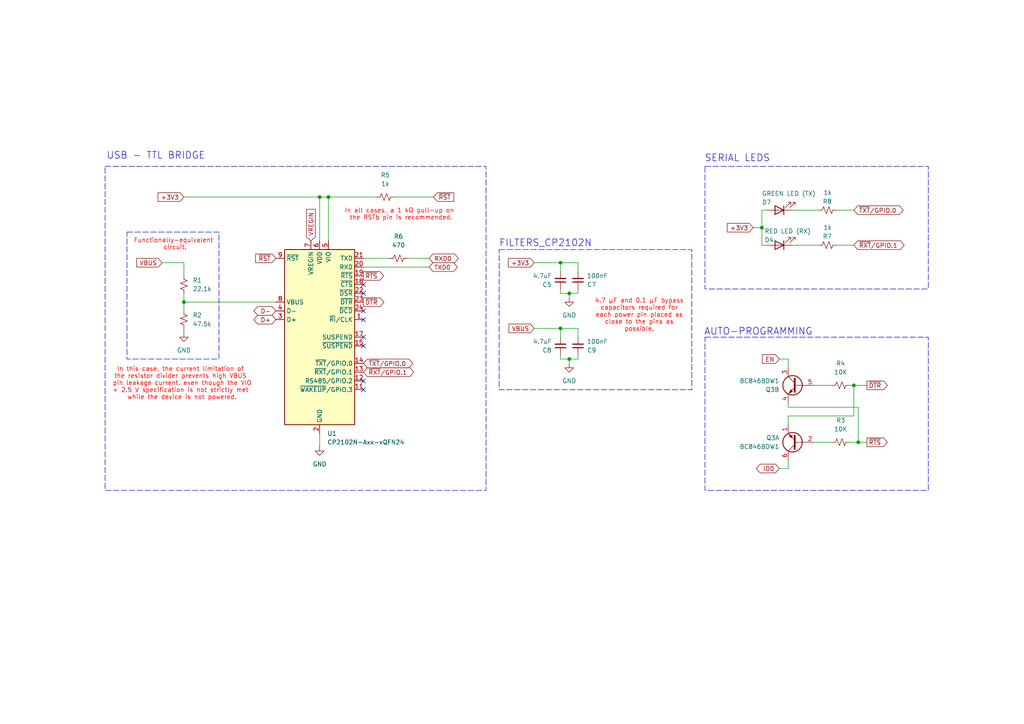
<source format=kicad_sch>
(kicad_sch (version 20231120) (generator "eeschema") (generator_version "8.0")
  (paper "A4")
  (lib_symbols
    (symbol "Device:C_Small" (pin_numbers hide) (pin_names (offset 0.254) hide)
      (property "Reference" "C" (at 0.254 1.778 0))
      (property "Value" "C_Small" (at 0.254 -2.032 0))
      (symbol "C_Small_0_1"
        (polyline (pts (xy -1.524 -0.508) (xy 1.524 -0.508)) (stroke (width 0.3302)))
        (polyline (pts (xy -1.524 0.508) (xy 1.524 0.508)) (stroke (width 0.3048)))
      )
      (symbol "C_Small_1_1"
        (pin passive line (at 0 2.54 270) (length 2.032) (name "~") (number "1"))
        (pin passive line (at 0 -2.54 90) (length 2.032) (name "~") (number "2"))
      )
    )
    (symbol "Device:LED" (pin_numbers hide) (pin_names (offset 1.016) hide)
      (property "Reference" "D" (at 0 2.54 0))
      (property "Value" "LED" (at 0 -2.54 0))
      (symbol "LED_0_1"
        (polyline (pts (xy -1.27 -1.27) (xy -1.27 1.27)) (stroke (width 0.254)))
        (polyline (pts (xy -1.27 0) (xy 1.27 0)))
        (polyline (pts (xy 1.27 -1.27) (xy 1.27 1.27) (xy -1.27 0) (xy 1.27 -1.27)) (stroke (width 0.254)))
        (polyline (pts (xy -3.048 -0.762) (xy -4.572 -2.286) (xy -3.81 -2.286) (xy -4.572 -2.286) (xy -4.572 -1.524)))
        (polyline (pts (xy -1.778 -0.762) (xy -3.302 -2.286) (xy -2.54 -2.286) (xy -3.302 -2.286) (xy -3.302 -1.524)))
      )
      (symbol "LED_1_1"
        (pin passive line (at -3.81 0 0) (length 2.54) (name "K") (number "1"))
        (pin passive line (at 3.81 0 180) (length 2.54) (name "A") (number "2"))
      )
    )
    (symbol "Device:R_Small_US" (pin_numbers hide) (pin_names (offset 0.254) hide)
      (property "Reference" "R" (at 0.762 0.508 0))
      (property "Value" "R_Small_US" (at 0.762 -1.016 0))
      (symbol "R_Small_US_1_1"
        (polyline (pts (xy 0 0) (xy 1.016 -0.381) (xy 0 -0.762) (xy -1.016 -1.143) (xy 0 -1.524)))
        (polyline (pts (xy 0 1.524) (xy 1.016 1.143) (xy 0 0.762) (xy -1.016 0.381) (xy 0 0)))
        (pin passive line (at 0 2.54 270) (length 1.016) (name "~") (number "1"))
        (pin passive line (at 0 -2.54 90) (length 1.016) (name "~") (number "2"))
      )
    )
    (symbol "Interface_USB:CP2102N-Axx-xQFN24"
      (property "Reference" "U" (at -8.89 26.67 0))
      (property "Value" "CP2102N-Axx-xQFN24" (at 13.97 26.67 0))
      (symbol "CP2102N-Axx-xQFN24_0_1"
        (rectangle (start -10.16 25.4) (end 10.16 -25.4) (stroke (width 0.254)) (fill (type background)))
      )
      (symbol "CP2102N-Axx-xQFN24_1_1"
        (pin bidirectional line (at 12.7 5.08 180) (length 2.54) (name "~{RI}/CLK") (number "1"))
        (pin no_connect line (at -10.16 -22.86 0) (length 2.54) hide (name "NC") (number "10"))
        (pin bidirectional line (at 12.7 -15.24 180) (length 2.54) (name "~{WAKEUP}/GPIO.3") (number "11"))
        (pin bidirectional line (at 12.7 -12.7 180) (length 2.54) (name "RS485/GPIO.2") (number "12"))
        (pin bidirectional line (at 12.7 -10.16 180) (length 2.54) (name "~{RXT}/GPIO.1") (number "13"))
        (pin bidirectional line (at 12.7 -7.62 180) (length 2.54) (name "~{TXT}/GPIO.0") (number "14"))
        (pin output line (at 12.7 -2.54 180) (length 2.54) (name "~{SUSPEND}") (number "15"))
        (pin no_connect line (at 10.16 -22.86 180) (length 2.54) hide (name "NC") (number "16"))
        (pin output line (at 12.7 0 180) (length 2.54) (name "SUSPEND") (number "17"))
        (pin input line (at 12.7 15.24 180) (length 2.54) (name "~{CTS}") (number "18"))
        (pin output line (at 12.7 17.78 180) (length 2.54) (name "~{RTS}") (number "19"))
        (pin power_in line (at 0 -27.94 90) (length 2.54) (name "GND") (number "2"))
        (pin input line (at 12.7 20.32 180) (length 2.54) (name "RXD") (number "20"))
        (pin output line (at 12.7 22.86 180) (length 2.54) (name "TXD") (number "21"))
        (pin input line (at 12.7 12.7 180) (length 2.54) (name "~{DSR}") (number "22"))
        (pin output line (at 12.7 10.16 180) (length 2.54) (name "~{DTR}") (number "23"))
        (pin input line (at 12.7 7.62 180) (length 2.54) (name "~{DCD}") (number "24"))
        (pin passive line (at 0 -27.94 90) (length 2.54) hide (name "GND") (number "25"))
        (pin bidirectional line (at -12.7 5.08 0) (length 2.54) (name "D+") (number "3"))
        (pin bidirectional line (at -12.7 7.62 0) (length 2.54) (name "D-") (number "4"))
        (pin power_in line (at 2.54 27.94 270) (length 2.54) (name "VIO") (number "5"))
        (pin power_in line (at 0 27.94 270) (length 2.54) (name "VDD") (number "6"))
        (pin power_in line (at -2.54 27.94 270) (length 2.54) (name "VREGIN") (number "7"))
        (pin input line (at -12.7 10.16 0) (length 2.54) (name "VBUS") (number "8"))
        (pin input line (at -12.7 22.86 0) (length 2.54) (name "~{RST}") (number "9"))
      )
    )
    (symbol "Transistor_BJT:BC846BDW1" (pin_names (offset 0) hide)
      (property "Reference" "Q" (at 5.08 1.27 0))
      (property "Value" "BC846BDW1" (at 5.08 -1.27 0))
      (symbol "BC846BDW1_0_1"
        (polyline (pts (xy 0.635 0) (xy -2.54 0)))
        (polyline (pts (xy 0.635 0.635) (xy 2.54 2.54)))
        (polyline (pts (xy 0.635 -0.635) (xy 2.54 -2.54) (xy 2.54 -2.54)))
        (polyline (pts (xy 0.635 1.905) (xy 0.635 -1.905) (xy 0.635 -1.905)) (stroke (width 0.508)))
        (polyline (pts (xy 1.27 -1.778) (xy 1.778 -1.27) (xy 2.286 -2.286) (xy 1.27 -1.778) (xy 1.27 -1.778)) (fill (type outline)))
        (circle (center 1.27 0) (radius 2.8194) (stroke (width 0.254)))
      )
      (symbol "BC846BDW1_1_1"
        (pin passive line (at 2.54 -5.08 90) (length 2.54) (name "E1") (number "1"))
        (pin input line (at -5.08 0 0) (length 2.54) (name "B1") (number "2"))
        (pin passive line (at 2.54 5.08 270) (length 2.54) (name "C1") (number "6"))
      )
      (symbol "BC846BDW1_2_1"
        (pin passive line (at 2.54 5.08 270) (length 2.54) (name "C2") (number "3"))
        (pin passive line (at 2.54 -5.08 90) (length 2.54) (name "E2") (number "4"))
        (pin input line (at -5.08 0 0) (length 2.54) (name "B2") (number "5"))
      )
    )
    (symbol "power:GND" (power) (pin_numbers hide) (pin_names (offset 0) hide)
      (property "Value" "GND" (at 0 -3.81 0))
      (symbol "GND_0_1"
        (polyline (pts (xy 0 0) (xy 0 -1.27) (xy 1.27 -1.27) (xy 0 -2.54) (xy -1.27 -1.27) (xy 0 -1.27)))
      )
      (symbol "GND_1_1"
        (pin power_in line (at 0 0 270) (length 0) (name "~") (number "1"))
      )
    )
  )
  (junction (at 162.56 95.25))
  (junction (at 92.71 57.15))
  (junction (at 248.92 128.27))
  (junction (at 165.1 85.09))
  (junction (at 220.98 66.04))
  (junction (at 247.65 111.76))
  (junction (at 162.56 76.2))
  (junction (at 53.34 87.63))
  (junction (at 165.1 104.14))
  (junction (at 95.25 57.15))
  (no_connect (at 105.41 97.79))
  (no_connect (at 105.41 92.71))
  (no_connect (at 105.41 100.33))
  (no_connect (at 105.41 113.03))
  (no_connect (at 105.41 85.09))
  (no_connect (at 105.41 82.55))
  (no_connect (at 105.41 110.49))
  (no_connect (at 105.41 90.17))
  (wire (pts (xy 95.25 57.15) (xy 95.25 69.85)))
  (wire (pts (xy 167.64 76.2) (xy 167.64 78.74)))
  (wire (pts (xy 167.64 95.25) (xy 167.64 97.79)))
  (wire (pts (xy 118.11 74.93) (xy 124.46 74.93)))
  (wire (pts (xy 53.34 87.63) (xy 53.34 90.17)))
  (wire (pts (xy 229.87 60.96) (xy 237.49 60.96)))
  (wire (pts (xy 228.6 118.11) (xy 228.6 116.84)))
  (wire (pts (xy 53.34 76.2) (xy 53.34 80.01)))
  (wire (pts (xy 162.56 83.82) (xy 162.56 85.09)))
  (wire (pts (xy 162.56 76.2) (xy 167.64 76.2)))
  (wire (pts (xy 92.71 125.73) (xy 92.71 129.54)))
  (wire (pts (xy 162.56 104.14) (xy 165.1 104.14)))
  (wire (pts (xy 248.92 118.11) (xy 248.92 128.27)))
  (wire (pts (xy 220.98 71.12) (xy 222.25 71.12)))
  (wire (pts (xy 53.34 57.15) (xy 92.71 57.15)))
  (wire (pts (xy 165.1 85.09) (xy 167.64 85.09)))
  (wire (pts (xy 229.87 71.12) (xy 237.49 71.12)))
  (wire (pts (xy 162.56 95.25) (xy 162.56 97.79)))
  (wire (pts (xy 226.06 135.89) (xy 228.6 135.89)))
  (wire (pts (xy 162.56 76.2) (xy 162.56 78.74)))
  (wire (pts (xy 92.71 57.15) (xy 92.71 69.85)))
  (wire (pts (xy 220.98 66.04) (xy 220.98 71.12)))
  (wire (pts (xy 53.34 85.09) (xy 53.34 87.63)))
  (wire (pts (xy 114.3 57.15) (xy 125.73 57.15)))
  (wire (pts (xy 167.64 85.09) (xy 167.64 83.82)))
  (wire (pts (xy 236.22 111.76) (xy 241.3 111.76)))
  (wire (pts (xy 246.38 128.27) (xy 248.92 128.27)))
  (wire (pts (xy 165.1 104.14) (xy 167.64 104.14)))
  (wire (pts (xy 242.57 60.96) (xy 247.65 60.96)))
  (wire (pts (xy 46.99 76.2) (xy 53.34 76.2)))
  (wire (pts (xy 53.34 87.63) (xy 80.01 87.63)))
  (wire (pts (xy 154.94 76.2) (xy 162.56 76.2)))
  (wire (pts (xy 242.57 71.12) (xy 247.65 71.12)))
  (wire (pts (xy 246.38 111.76) (xy 247.65 111.76)))
  (wire (pts (xy 105.41 74.93) (xy 113.03 74.93)))
  (wire (pts (xy 228.6 118.11) (xy 248.92 118.11)))
  (wire (pts (xy 228.6 133.35) (xy 228.6 135.89)))
  (wire (pts (xy 236.22 128.27) (xy 241.3 128.27)))
  (wire (pts (xy 162.56 102.87) (xy 162.56 104.14)))
  (wire (pts (xy 165.1 104.14) (xy 165.1 105.41)))
  (wire (pts (xy 228.6 120.65) (xy 247.65 120.65)))
  (wire (pts (xy 162.56 85.09) (xy 165.1 85.09)))
  (wire (pts (xy 248.92 128.27) (xy 251.46 128.27)))
  (wire (pts (xy 247.65 111.76) (xy 247.65 120.65)))
  (wire (pts (xy 53.34 95.25) (xy 53.34 96.52)))
  (wire (pts (xy 154.94 95.25) (xy 162.56 95.25)))
  (wire (pts (xy 228.6 104.14) (xy 228.6 106.68)))
  (wire (pts (xy 162.56 95.25) (xy 167.64 95.25)))
  (wire (pts (xy 226.06 104.14) (xy 228.6 104.14)))
  (wire (pts (xy 95.25 57.15) (xy 109.22 57.15)))
  (wire (pts (xy 105.41 77.47) (xy 124.46 77.47)))
  (wire (pts (xy 167.64 104.14) (xy 167.64 102.87)))
  (wire (pts (xy 220.98 60.96) (xy 220.98 66.04)))
  (wire (pts (xy 247.65 111.76) (xy 251.46 111.76)))
  (wire (pts (xy 92.71 57.15) (xy 95.25 57.15)))
  (wire (pts (xy 165.1 85.09) (xy 165.1 86.36)))
  (wire (pts (xy 228.6 120.65) (xy 228.6 123.19)))
  (wire (pts (xy 220.98 60.96) (xy 222.25 60.96)))
  (wire (pts (xy 218.44 66.04) (xy 220.98 66.04)))
  (rectangle (start 144.78 72.39) (end 200.66 113.03) (stroke (width 0) (type dash)))
  (rectangle (start 204.47 48.26) (end 269.24 83.82) (stroke (width 0) (type dash)))
  (rectangle (start 30.48 48.26) (end 140.97 142.24) (stroke (width 0) (type dash)))
  (rectangle (start 36.83 67.31) (end 63.5 104.14) (stroke (width 0) (type dash)))
  (rectangle (start 204.47 97.79) (end 269.24 142.24) (stroke (width 0) (type dash)))
  (text "Functionally-equivalent \ncircuit." (at 50.8 70.866 0) (effects (font (size 1.27 1.27))))
  (text "4.7 μF and 0.1 μF bypass\ncapacitors required for\neach power pin placed as\nclose to the pins as\npossible." (at 185.42 91.44 0) (effects (font (size 1.27 1.27))))
  (text "In this case, the current limitation of \nthe resistor divider prevents high VBUS \npin leakage current, even though the VIO\n+ 2.5 V specification is not strictly met \nwhile the device is not powered." (at 52.832 111.252 0) (effects (font (size 1.27 1.27))))
  (text "SERIAL LEDS" (at 213.868 45.974 0) (effects (font (size 2 2))))
  (text "AUTO-PROGRAMMING\n" (at 219.964 96.266 0) (effects (font (size 2 2))))
  (text "FILTERS_CP2102N\n" (at 158.242 70.612 0) (effects (font (size 2 2))))
  (text "In all cases, a 1 kΩ pull-up on \nthe RSTb pin is recommended." (at 116.332 62.23 0) (effects (font (size 1.27 1.27))))
  (text "USB - TTL BRIDGE\n" (at 45.212 45.212 0) (effects (font (size 2 2))))
  (global_label "~{RTS}" (shape output) (at 105.41 80.01 0) (property "Intersheetrefs" "${INTERSHEET_REFS}" (effects (hide yes))))
  (global_label "~{TXT}/GPIO.0" (shape bidirectional) (at 247.65 60.96 0) (property "Intersheetrefs" "${INTERSHEET_REFS}" (effects (hide yes))))
  (global_label "D+" (shape bidirectional) (at 80.01 92.71 180) (property "Intersheetrefs" "${INTERSHEET_REFS}" (effects (hide yes))))
  (global_label "+3V3" (shape input) (at 53.34 57.15 180) (property "Intersheetrefs" "${INTERSHEET_REFS}" (effects (hide yes))))
  (global_label "~{RTS}" (shape output) (at 251.46 128.27 0) (property "Intersheetrefs" "${INTERSHEET_REFS}" (effects (hide yes))))
  (global_label "RXD0" (shape bidirectional) (at 124.46 74.93 0) (property "Intersheetrefs" "${INTERSHEET_REFS}" (effects (hide yes))))
  (global_label "~{TXT}/GPIO.0" (shape bidirectional) (at 105.41 105.41 0) (property "Intersheetrefs" "${INTERSHEET_REFS}" (effects (hide yes))))
  (global_label "VBUS" (shape input) (at 154.94 95.25 180) (property "Intersheetrefs" "${INTERSHEET_REFS}" (effects (hide yes))))
  (global_label "VREGIN" (shape input) (at 90.17 69.85 90) (property "Intersheetrefs" "${INTERSHEET_REFS}" (effects (hide yes))))
  (global_label "+3V3" (shape input) (at 154.94 76.2 180) (property "Intersheetrefs" "${INTERSHEET_REFS}" (effects (hide yes))))
  (global_label "~{RST}" (shape input) (at 80.01 74.93 180) (property "Intersheetrefs" "${INTERSHEET_REFS}" (effects (hide yes))))
  (global_label "EN" (shape input) (at 226.06 104.14 180) (property "Intersheetrefs" "${INTERSHEET_REFS}" (effects (hide yes))))
  (global_label "D-" (shape bidirectional) (at 80.01 90.17 180) (property "Intersheetrefs" "${INTERSHEET_REFS}" (effects (hide yes))))
  (global_label "~{DTR}" (shape output) (at 105.41 87.63 0) (property "Intersheetrefs" "${INTERSHEET_REFS}" (effects (hide yes))))
  (global_label "~{RXT}/GPIO.1" (shape bidirectional) (at 105.41 107.95 0) (property "Intersheetrefs" "${INTERSHEET_REFS}" (effects (hide yes))))
  (global_label "IO0" (shape bidirectional) (at 226.06 135.89 180) (property "Intersheetrefs" "${INTERSHEET_REFS}" (effects (hide yes))))
  (global_label "~{RST}" (shape input) (at 125.73 57.15 0) (property "Intersheetrefs" "${INTERSHEET_REFS}" (effects (hide yes))))
  (global_label "VBUS" (shape input) (at 46.99 76.2 180) (property "Intersheetrefs" "${INTERSHEET_REFS}" (effects (hide yes))))
  (global_label "~{RXT}/GPIO.1" (shape bidirectional) (at 247.65 71.12 0) (property "Intersheetrefs" "${INTERSHEET_REFS}" (effects (hide yes))))
  (global_label "TXD0" (shape bidirectional) (at 124.46 77.47 0) (property "Intersheetrefs" "${INTERSHEET_REFS}" (effects (hide yes))))
  (global_label "~{DTR}" (shape output) (at 251.46 111.76 0) (property "Intersheetrefs" "${INTERSHEET_REFS}" (effects (hide yes))))
  (global_label "+3V3" (shape input) (at 218.44 66.04 180) (property "Intersheetrefs" "${INTERSHEET_REFS}" (effects (hide yes))))
  (symbol (lib_id "Device:LED") (at 226.06 60.96 180) (unit 1)
    (property "Reference" "D7" (at 220.98 58.674 0) (effects (justify right)))
    (property "Value" "GREEN LED (TX)" (at 220.98 56.134 0) (effects (justify right)))
    (property "Footprint" "LED_SMD:LED_0603_1608Metric" (effects (hide yes)))
    (property "Description" "Light emitting diode" (effects (hide yes)))
  )
  (symbol (lib_id "Device:R_Small_US") (at 53.34 82.55 0) (unit 1)
    (property "Reference" "R1" (at 55.88 81.2799 0) (effects (justify left)))
    (property "Value" "22.1k" (at 55.88 83.8199 0) (effects (justify left)))
    (property "Footprint" "Resistor_SMD:R_0805_2012Metric_Pad1.20x1.40mm_HandSolder" (effects (hide yes)))
    (property "Description" "Resistor, small US symbol" (effects (hide yes)))
  )
  (symbol (lib_id "power:GND") (at 53.34 96.52 0) (unit 1)
    (property "Reference" "#PWR06" (effects (hide yes)))
    (property "Value" "GND" (at 53.34 101.6 0))
    (property "Description" "Power symbol creates a global label with name \"GND\" , ground" (effects (hide yes)))
  )
  (symbol (lib_id "Transistor_BJT:BC846BDW1") (at 231.14 128.27 180) (unit 1)
    (property "Reference" "Q3" (at 226.06 126.9999 0) (effects (justify left)))
    (property "Value" "BC846BDW1" (at 226.06 129.5399 0) (effects (justify left)))
    (property "Footprint" "Package_TO_SOT_SMD:SOT-363_SC-70-6" (effects (hide yes)))
    (property "Datasheet" "http://www.onsemi.com/pub_link/Collateral/BC846BDW1T1-D.PDF" (effects (hide yes)))
    (property "Description" "100mA IC, 65V Vce, Dual NPN/NPN Transistors, SOT-363" (effects (hide yes)))
  )
  (symbol (lib_id "Device:C_Small") (at 162.56 100.33 180) (unit 1)
    (property "Reference" "C8" (at 160.02 101.5938 0) (effects (justify left)))
    (property "Value" "4.7uF" (at 160.02 99.0538 0) (effects (justify left)))
    (property "Footprint" "Capacitor_SMD:C_0603_1608Metric_Pad1.08x0.95mm_HandSolder" (effects (hide yes)))
    (property "Description" "Unpolarized capacitor, small symbol" (effects (hide yes)))
  )
  (symbol (lib_id "Device:C_Small") (at 167.64 100.33 180) (unit 1)
    (property "Reference" "C9" (at 172.974 101.6 0) (effects (justify left)))
    (property "Value" "100nF" (at 176.276 99.06 0) (effects (justify left)))
    (property "Footprint" "Capacitor_SMD:C_0603_1608Metric_Pad1.08x0.95mm_HandSolder" (effects (hide yes)))
    (property "Description" "Unpolarized capacitor, small symbol" (effects (hide yes)))
  )
  (symbol (lib_id "Device:C_Small") (at 162.56 81.28 180) (unit 1)
    (property "Reference" "C5" (at 160.02 82.5438 0) (effects (justify left)))
    (property "Value" "4.7uF" (at 160.02 80.0038 0) (effects (justify left)))
    (property "Footprint" "Capacitor_SMD:C_0603_1608Metric_Pad1.08x0.95mm_HandSolder" (effects (hide yes)))
    (property "Description" "Unpolarized capacitor, small symbol" (effects (hide yes)))
  )
  (symbol (lib_id "Device:R_Small_US") (at 115.57 74.93 90) (unit 1)
    (property "Reference" "R6" (at 115.57 68.58 90))
    (property "Value" "470" (at 115.57 71.12 90))
    (property "Footprint" "Resistor_SMD:R_0603_1608Metric_Pad0.98x0.95mm_HandSolder" (effects (hide yes)))
    (property "Description" "Resistor, small US symbol" (effects (hide yes)))
  )
  (symbol (lib_id "power:GND") (at 92.71 129.54 0) (unit 1)
    (property "Reference" "#PWR09" (effects (hide yes)))
    (property "Value" "GND" (at 92.71 134.62 0))
    (property "Description" "Power symbol creates a global label with name \"GND\" , ground" (effects (hide yes)))
  )
  (symbol (lib_id "Device:C_Small") (at 167.64 81.28 180) (unit 1)
    (property "Reference" "C7" (at 172.974 82.55 0) (effects (justify left)))
    (property "Value" "100nF" (at 176.276 80.01 0) (effects (justify left)))
    (property "Footprint" "Capacitor_SMD:C_0603_1608Metric_Pad1.08x0.95mm_HandSolder" (effects (hide yes)))
    (property "Description" "Unpolarized capacitor, small symbol" (effects (hide yes)))
  )
  (symbol (lib_id "Device:R_Small_US") (at 240.03 71.12 90) (unit 1)
    (property "Reference" "R7" (at 241.3 68.5801 90) (effects (justify left)))
    (property "Value" "1k" (at 241.3 66.0401 90) (effects (justify left)))
    (property "Footprint" "Resistor_SMD:R_0603_1608Metric_Pad0.98x0.95mm_HandSolder" (effects (hide yes)))
    (property "Description" "Resistor, small US symbol" (effects (hide yes)))
  )
  (symbol (lib_id "Device:R_Small_US") (at 243.84 111.76 90) (unit 1)
    (property "Reference" "R4" (at 243.84 105.41 90))
    (property "Value" "10K" (at 243.84 107.95 90))
    (property "Footprint" "Resistor_SMD:R_0603_1608Metric_Pad0.98x0.95mm_HandSolder" (effects (hide yes)))
    (property "Description" "Resistor, small US symbol" (effects (hide yes)))
  )
  (symbol (lib_id "Device:R_Small_US") (at 240.03 60.96 90) (unit 1)
    (property "Reference" "R8" (at 241.3 58.4201 90) (effects (justify left)))
    (property "Value" "1k" (at 241.3 55.8801 90) (effects (justify left)))
    (property "Footprint" "Resistor_SMD:R_0603_1608Metric_Pad0.98x0.95mm_HandSolder" (effects (hide yes)))
    (property "Description" "Resistor, small US symbol" (effects (hide yes)))
  )
  (symbol (lib_id "Device:R_Small_US") (at 53.34 92.71 0) (unit 1)
    (property "Reference" "R2" (at 55.88 91.4399 0) (effects (justify left)))
    (property "Value" "47.5k" (at 55.88 93.9799 0) (effects (justify left)))
    (property "Footprint" "Resistor_SMD:R_0805_2012Metric_Pad1.20x1.40mm_HandSolder" (effects (hide yes)))
    (property "Description" "Resistor, small US symbol" (effects (hide yes)))
  )
  (symbol (lib_id "Interface_USB:CP2102N-Axx-xQFN24") (at 92.71 97.79 0) (unit 1)
    (property "Reference" "U1" (at 94.9041 125.73 0) (effects (justify left)))
    (property "Value" "CP2102N-Axx-xQFN24" (at 94.9041 128.27 0) (effects (justify left)))
    (property "Footprint" "Package_DFN_QFN:SiliconLabs_QFN-20-1EP_3x3mm_P0.5mm" (effects (hide yes)))
    (property "Datasheet" "https://www.silabs.com/documents/public/data-sheets/cp2102n-datasheet.pdf" (effects (hide yes)))
    (property "Description" "USB to UART master bridge, QFN-24" (effects (hide yes)))
  )
  (symbol (lib_id "Device:R_Small_US") (at 111.76 57.15 90) (unit 1)
    (property "Reference" "R5" (at 111.76 50.8 90))
    (property "Value" "1k" (at 111.76 53.34 90))
    (property "Footprint" "Resistor_SMD:R_0603_1608Metric_Pad0.98x0.95mm_HandSolder" (effects (hide yes)))
    (property "Description" "Resistor, small US symbol" (effects (hide yes)))
  )
  (symbol (lib_id "power:GND") (at 165.1 86.36 0) (unit 1)
    (property "Reference" "#PWR07" (effects (hide yes)))
    (property "Value" "GND" (at 165.1 91.44 0))
    (property "Description" "Power symbol creates a global label with name \"GND\" , ground" (effects (hide yes)))
  )
  (symbol (lib_id "Transistor_BJT:BC846BDW1") (at 231.14 111.76 0) (mirror y) (unit 2)
    (property "Reference" "Q3" (at 226.06 113.0301 0) (effects (justify left)))
    (property "Value" "BC846BDW1" (at 226.06 110.4901 0) (effects (justify left)))
    (property "Footprint" "Package_TO_SOT_SMD:SOT-363_SC-70-6" (effects (hide yes)))
    (property "Datasheet" "http://www.onsemi.com/pub_link/Collateral/BC846BDW1T1-D.PDF" (effects (hide yes)))
    (property "Description" "100mA IC, 65V Vce, Dual NPN/NPN Transistors, SOT-363" (effects (hide yes)))
  )
  (symbol (lib_id "power:GND") (at 165.1 105.41 0) (unit 1)
    (property "Reference" "#PWR08" (effects (hide yes)))
    (property "Value" "GND" (at 165.1 110.49 0))
    (property "Description" "Power symbol creates a global label with name \"GND\" , ground" (effects (hide yes)))
  )
  (symbol (lib_id "Device:R_Small_US") (at 243.84 128.27 90) (unit 1)
    (property "Reference" "R3" (at 243.84 121.92 90))
    (property "Value" "10K" (at 243.84 124.46 90))
    (property "Footprint" "Resistor_SMD:R_0603_1608Metric_Pad0.98x0.95mm_HandSolder" (effects (hide yes)))
    (property "Description" "Resistor, small US symbol" (effects (hide yes)))
  )
  (symbol (lib_id "Device:LED") (at 226.06 71.12 180) (unit 1)
    (property "Reference" "D4" (at 221.742 69.596 0) (effects (justify right)))
    (property "Value" "RED LED (RX)" (at 221.742 67.056 0) (effects (justify right)))
    (property "Footprint" "LED_SMD:LED_0603_1608Metric" (effects (hide yes)))
    (property "Description" "Light emitting diode" (effects (hide yes)))
  )
)
</source>
